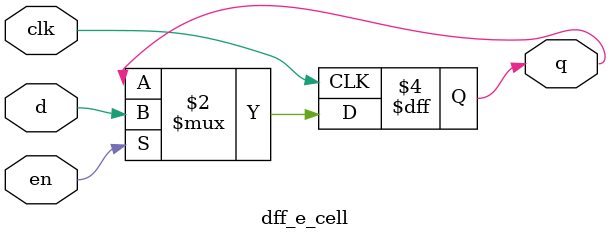
<source format=v>
module dff_e_cell #(parameter DW=1)
( clk, en, d, q );
input  clk, en;
input [DW-1:0] d;
output [DW-1:0] q;

reg [DW-1:0] q;
always @(posedge clk )
  begin
    if (en)
      q <= d;
  end
endmodule

</source>
